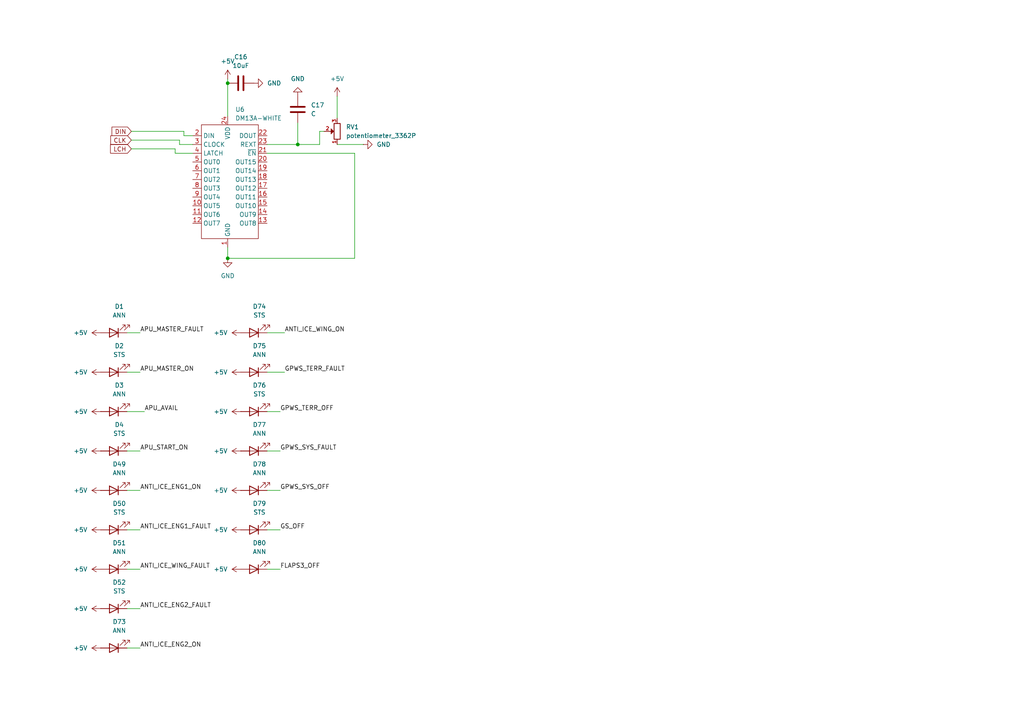
<source format=kicad_sch>
(kicad_sch (version 20231120) (generator "eeschema") (generator_version "8.0")
  (paper "A4")
  (lib_symbols
    (symbol "Custom_Symbols:DM13A"
      (property "Reference" "U" (at -7.62 15.875 0))
      (property "Value" "DM13A" (at 6.35 -19.685 0))
      (symbol "DM13A_0_0"
        (pin power_in line (at 0 -20.955 90) (length 2.54) (name "GND") (number "1"))
        (pin output line (at -10.16 -8.89 0) (length 2.54) (name "OUT5") (number "10"))
        (pin output line (at -10.16 -11.43 0) (length 2.54) (name "OUT6") (number "11"))
        (pin output line (at -10.16 -13.97 0) (length 2.54) (name "OUT7") (number "12"))
        (pin output line (at 11.43 -13.97 180) (length 2.54) (name "OUT8") (number "13"))
        (pin output line (at 11.43 -11.43 180) (length 2.54) (name "OUT9") (number "14"))
        (pin output line (at 11.43 -8.89 180) (length 2.54) (name "OUT10") (number "15"))
        (pin output line (at 11.43 -6.35 180) (length 2.54) (name "OUT11") (number "16"))
        (pin output line (at 11.43 -3.81 180) (length 2.54) (name "OUT12") (number "17"))
        (pin output line (at 11.43 -1.27 180) (length 2.54) (name "OUT13") (number "18"))
        (pin output line (at 11.43 1.27 180) (length 2.54) (name "OUT14") (number "19"))
        (pin input line (at -10.16 11.43 0) (length 2.54) (name "DIN") (number "2"))
        (pin output line (at 11.43 3.81 180) (length 2.54) (name "OUT15") (number "20"))
        (pin input line (at 11.43 6.35 180) (length 2.54) (name "~{EN}") (number "21"))
        (pin output line (at 11.43 11.43 180) (length 2.54) (name "DOUT") (number "22"))
        (pin input line (at 11.43 8.89 180) (length 2.54) (name "REXT") (number "23"))
        (pin power_in line (at 0 17.145 270) (length 2.54) (name "VDD") (number "24"))
        (pin input line (at -10.16 8.89 0) (length 2.54) (name "CLOCK") (number "3"))
        (pin input line (at -10.16 6.35 0) (length 2.54) (name "LATCH") (number "4"))
        (pin output line (at -10.16 3.81 0) (length 2.54) (name "OUT0") (number "5"))
        (pin output line (at -10.16 1.27 0) (length 2.54) (name "OUT1") (number "6"))
        (pin output line (at -10.16 -1.27 0) (length 2.54) (name "OUT2") (number "7"))
        (pin output line (at -10.16 -3.81 0) (length 2.54) (name "OUT3") (number "8"))
        (pin output line (at -10.16 -6.35 0) (length 2.54) (name "OUT4") (number "9"))
      )
      (symbol "DM13A_0_1"
        (rectangle (start -7.62 14.605) (end 8.89 -18.415))
      )
    )
    (symbol "Device:C" (pin_numbers hide) (pin_names (offset 0.254))
      (property "Reference" "C" (at 0.635 2.54 0))
      (property "Value" "C" (at 0.635 -2.54 0))
      (symbol "C_0_1"
        (polyline (pts (xy -2.032 -0.762) (xy 2.032 -0.762)) (stroke (width 0.508)))
        (polyline (pts (xy -2.032 0.762) (xy 2.032 0.762)) (stroke (width 0.508)))
      )
      (symbol "C_1_1"
        (pin passive line (at 0 3.81 270) (length 2.794) (name "~") (number "1"))
        (pin passive line (at 0 -3.81 90) (length 2.794) (name "~") (number "2"))
      )
    )
    (symbol "Device:LED" (pin_numbers hide) (pin_names (offset 1.016) hide)
      (property "Reference" "D" (at 0 2.54 0))
      (property "Value" "LED" (at 0 -2.54 0))
      (symbol "LED_0_1"
        (polyline (pts (xy -1.27 -1.27) (xy -1.27 1.27)) (stroke (width 0.254)))
        (polyline (pts (xy -1.27 0) (xy 1.27 0)))
        (polyline (pts (xy 1.27 -1.27) (xy 1.27 1.27) (xy -1.27 0) (xy 1.27 -1.27)) (stroke (width 0.254)))
        (polyline (pts (xy -3.048 -0.762) (xy -4.572 -2.286) (xy -3.81 -2.286) (xy -4.572 -2.286) (xy -4.572 -1.524)))
        (polyline (pts (xy -1.778 -0.762) (xy -3.302 -2.286) (xy -2.54 -2.286) (xy -3.302 -2.286) (xy -3.302 -1.524)))
      )
      (symbol "LED_1_1"
        (pin passive line (at -3.81 0 0) (length 2.54) (name "K") (number "1"))
        (pin passive line (at 3.81 0 180) (length 2.54) (name "A") (number "2"))
      )
    )
    (symbol "PCM_SL_Devices:potentiometer_3362P"
      (property "Reference" "RV" (at 0 -2.286 0))
      (property "Value" "potentiometer_3362P" (at 0 -3.81 0))
      (symbol "potentiometer_3362P_0_1"
        (rectangle (start -2.286 0.889) (end 2.286 -0.889) (stroke (width 0.24)))
        (polyline (pts (xy 0 1.016) (xy 0.762 1.778) (xy -0.762 1.778) (xy 0 1.016)) (fill (type outline)))
      )
      (symbol "potentiometer_3362P_1_1"
        (pin passive line (at -3.81 0 0) (length 1.5) (name "~") (number "1"))
        (pin passive line (at 0 3.81 270) (length 2) (name "~") (number "2"))
        (pin passive line (at 3.81 0 180) (length 1.5) (name "~") (number "3"))
      )
    )
    (symbol "power:+5V" (power) (pin_numbers hide) (pin_names (offset 0) hide)
      (property "Value" "+5V" (at 0 3.556 0))
      (symbol "+5V_0_1"
        (polyline (pts (xy -0.762 1.27) (xy 0 2.54)))
        (polyline (pts (xy 0 0) (xy 0 2.54)))
        (polyline (pts (xy 0 2.54) (xy 0.762 1.27)))
      )
      (symbol "+5V_1_1"
        (pin power_in line (at 0 0 90) (length 0) (name "~") (number "1"))
      )
    )
    (symbol "power:GND" (power) (pin_numbers hide) (pin_names (offset 0) hide)
      (property "Value" "GND" (at 0 -3.81 0))
      (symbol "GND_0_1"
        (polyline (pts (xy 0 0) (xy 0 -1.27) (xy 1.27 -1.27) (xy 0 -2.54) (xy -1.27 -1.27) (xy 0 -1.27)))
      )
      (symbol "GND_1_1"
        (pin power_in line (at 0 0 270) (length 0) (name "~") (number "1"))
      )
    )
  )
  (junction (at 86.36 41.91))
  (junction (at 66.04 74.93))
  (junction (at 66.04 24.13))
  (wire (pts (xy 92.71 41.91) (xy 92.71 38.1)))
  (wire (pts (xy 102.87 74.93) (xy 66.04 74.93)))
  (wire (pts (xy 52.07 41.91) (xy 55.88 41.91)))
  (wire (pts (xy 40.64 142.24) (xy 36.83 142.24)))
  (wire (pts (xy 66.04 71.755) (xy 66.04 74.93)))
  (wire (pts (xy 38.1 38.1) (xy 53.34 38.1)))
  (wire (pts (xy 102.87 44.45) (xy 102.87 74.93)))
  (wire (pts (xy 97.79 27.94) (xy 97.79 34.29)))
  (wire (pts (xy 81.28 142.24) (xy 77.47 142.24)))
  (wire (pts (xy 50.8 44.45) (xy 55.88 44.45)))
  (wire (pts (xy 41.91 119.38) (xy 36.83 119.38)))
  (wire (pts (xy 40.64 176.53) (xy 36.83 176.53)))
  (wire (pts (xy 66.04 24.13) (xy 66.04 33.655)))
  (wire (pts (xy 105.41 41.91) (xy 97.79 41.91)))
  (wire (pts (xy 50.8 43.18) (xy 50.8 44.45)))
  (wire (pts (xy 82.55 96.52) (xy 77.47 96.52)))
  (wire (pts (xy 40.64 130.81) (xy 36.83 130.81)))
  (wire (pts (xy 40.64 165.1) (xy 36.83 165.1)))
  (wire (pts (xy 38.1 40.64) (xy 52.07 40.64)))
  (wire (pts (xy 86.36 35.56) (xy 86.36 41.91)))
  (wire (pts (xy 102.87 44.45) (xy 77.47 44.45)))
  (wire (pts (xy 40.64 187.96) (xy 36.83 187.96)))
  (wire (pts (xy 66.04 22.86) (xy 66.04 24.13)))
  (wire (pts (xy 86.36 41.91) (xy 77.47 41.91)))
  (wire (pts (xy 40.64 107.95) (xy 36.83 107.95)))
  (wire (pts (xy 81.28 153.67) (xy 77.47 153.67)))
  (wire (pts (xy 52.07 40.64) (xy 52.07 41.91)))
  (wire (pts (xy 81.28 130.81) (xy 77.47 130.81)))
  (wire (pts (xy 77.47 119.38) (xy 81.28 119.38)))
  (wire (pts (xy 81.28 165.1) (xy 77.47 165.1)))
  (wire (pts (xy 38.1 43.18) (xy 50.8 43.18)))
  (wire (pts (xy 82.55 107.95) (xy 77.47 107.95)))
  (wire (pts (xy 53.34 38.1) (xy 53.34 39.37)))
  (wire (pts (xy 53.34 39.37) (xy 55.88 39.37)))
  (wire (pts (xy 92.71 38.1) (xy 93.98 38.1)))
  (wire (pts (xy 92.71 41.91) (xy 86.36 41.91)))
  (wire (pts (xy 40.64 96.52) (xy 36.83 96.52)))
  (wire (pts (xy 40.64 153.67) (xy 36.83 153.67)))
  (label "GPWS_TERR_OFF" (at 81.28 119.38 0))
  (label "APU_START_ON" (at 40.64 130.81 0))
  (label "ANTI_ICE_ENG2_FAULT" (at 40.64 176.53 0))
  (label "GPWS_SYS_FAULT" (at 81.28 130.81 0))
  (label "FLAPS3_OFF" (at 81.28 165.1 0))
  (label "ANTI_ICE_ENG1_ON" (at 40.64 142.24 0))
  (label "GPWS_TERR_FAULT" (at 82.55 107.95 0))
  (label "ANTI_ICE_ENG1_FAULT" (at 40.64 153.67 0))
  (label "GS_OFF" (at 81.28 153.67 0))
  (label "ANTI_ICE_WING_ON" (at 82.55 96.52 0))
  (label "APU_MASTER_ON" (at 40.64 107.95 0))
  (label "APU_AVAIL" (at 41.91 119.38 0))
  (label "APU_MASTER_FAULT" (at 40.64 96.52 0))
  (label "ANTI_ICE_ENG2_ON" (at 40.64 187.96 0))
  (label "GPWS_SYS_OFF" (at 81.28 142.24 0))
  (label "ANTI_ICE_WING_FAULT" (at 40.64 165.1 0))
  (global_label "LCH" (shape input) (at 38.1 43.18 180) (property "Intersheetrefs" "${INTERSHEET_REFS}" (effects (hide yes))))
  (global_label "CLK" (shape input) (at 38.1 40.64 180) (property "Intersheetrefs" "${INTERSHEET_REFS}" (effects (hide yes))))
  (global_label "DIN" (shape input) (at 38.1 38.1 180) (property "Intersheetrefs" "${INTERSHEET_REFS}" (effects (hide yes))))
  (symbol (lib_id "PCM_SL_Devices:potentiometer_3362P") (at 97.79 38.1 90) (unit 1)
    (property "Reference" "RV1" (at 100.33 36.8299 90) (effects (justify right)))
    (property "Value" "potentiometer_3362P" (at 100.33 39.3699 90) (effects (justify right)))
    (property "Footprint" "PCM_SL_Footprints:potentiometer_3362P" (effects (hide yes)))
    (property "Datasheet" "https://www.bourns.com/data/global/pdfs/3362.pdf" (effects (hide yes)))
    (property "Description" "potentiometer_3362P" (effects (hide yes)))
  )
  (symbol (lib_id "Device:LED") (at 33.02 153.67 180) (unit 1)
    (property "Reference" "D50" (at 34.6075 146.05 0))
    (property "Value" "STS" (at 34.6075 148.59 0))
    (property "Footprint" "LED_THT:LED_Rectangular_W3.9mm_H1.8mm_FlatTop" (effects (hide yes)))
    (property "Description" "Light emitting diode" (effects (hide yes)))
  )
  (symbol (lib_id "power:+5V") (at 29.21 165.1 90) (unit 1)
    (property "Reference" "#PWR068" (effects (hide yes)))
    (property "Value" "+5V" (at 25.4 165.0999 90) (effects (justify left)))
    (property "Description" "Power symbol creates a global label with name \"+5V\"" (effects (hide yes)))
  )
  (symbol (lib_id "Device:LED") (at 33.02 107.95 180) (unit 1)
    (property "Reference" "D2" (at 34.6075 100.33 0))
    (property "Value" "STS" (at 34.6075 102.87 0))
    (property "Footprint" "LED_THT:LED_Rectangular_W3.9mm_H1.8mm_FlatTop" (effects (hide yes)))
    (property "Description" "Light emitting diode" (effects (hide yes)))
  )
  (symbol (lib_id "Device:LED") (at 33.02 96.52 180) (unit 1)
    (property "Reference" "D1" (at 34.6075 88.9 0))
    (property "Value" "ANN" (at 34.6075 91.44 0))
    (property "Footprint" "LED_THT:LED_Rectangular_W3.9mm_H1.8mm_FlatTop" (effects (hide yes)))
    (property "Description" "Light emitting diode" (effects (hide yes)))
  )
  (symbol (lib_id "Device:LED") (at 73.66 142.24 180) (unit 1)
    (property "Reference" "D78" (at 75.2475 134.62 0))
    (property "Value" "ANN" (at 75.2475 137.16 0))
    (property "Footprint" "LED_THT:LED_Rectangular_W3.9mm_H1.8mm_FlatTop" (effects (hide yes)))
    (property "Description" "Light emitting diode" (effects (hide yes)))
  )
  (symbol (lib_id "power:+5V") (at 29.21 153.67 90) (unit 1)
    (property "Reference" "#PWR066" (effects (hide yes)))
    (property "Value" "+5V" (at 25.4 153.6699 90) (effects (justify left)))
    (property "Description" "Power symbol creates a global label with name \"+5V\"" (effects (hide yes)))
  )
  (symbol (lib_id "power:GND") (at 73.66 24.13 90) (unit 1)
    (property "Reference" "#PWR0210" (effects (hide yes)))
    (property "Value" "GND" (at 77.47 24.1299 90) (effects (justify right)))
    (property "Description" "Power symbol creates a global label with name \"GND\" , ground" (effects (hide yes)))
  )
  (symbol (lib_id "Device:LED") (at 33.02 130.81 180) (unit 1)
    (property "Reference" "D4" (at 34.6075 123.19 0))
    (property "Value" "STS" (at 34.6075 125.73 0))
    (property "Footprint" "LED_THT:LED_Rectangular_W3.9mm_H1.8mm_FlatTop" (effects (hide yes)))
    (property "Description" "Light emitting diode" (effects (hide yes)))
  )
  (symbol (lib_id "power:+5V") (at 69.85 165.1 90) (unit 1)
    (property "Reference" "#PWR0103" (effects (hide yes)))
    (property "Value" "+5V" (at 66.04 165.0999 90) (effects (justify left)))
    (property "Description" "Power symbol creates a global label with name \"+5V\"" (effects (hide yes)))
  )
  (symbol (lib_id "power:+5V") (at 29.21 176.53 90) (unit 1)
    (property "Reference" "#PWR069" (effects (hide yes)))
    (property "Value" "+5V" (at 25.4 176.5299 90) (effects (justify left)))
    (property "Description" "Power symbol creates a global label with name \"+5V\"" (effects (hide yes)))
  )
  (symbol (lib_id "power:+5V") (at 66.04 22.86 0) (unit 1)
    (property "Reference" "#PWR0208" (effects (hide yes)))
    (property "Value" "+5V" (at 66.04 17.78 0))
    (property "Description" "Power symbol creates a global label with name \"+5V\"" (effects (hide yes)))
  )
  (symbol (lib_id "power:+5V") (at 69.85 119.38 90) (unit 1)
    (property "Reference" "#PWR099" (effects (hide yes)))
    (property "Value" "+5V" (at 66.04 119.3799 90) (effects (justify left)))
    (property "Description" "Power symbol creates a global label with name \"+5V\"" (effects (hide yes)))
  )
  (symbol (lib_id "power:+5V") (at 69.85 142.24 90) (unit 1)
    (property "Reference" "#PWR0101" (effects (hide yes)))
    (property "Value" "+5V" (at 66.04 142.2399 90) (effects (justify left)))
    (property "Description" "Power symbol creates a global label with name \"+5V\"" (effects (hide yes)))
  )
  (symbol (lib_id "Device:LED") (at 33.02 119.38 180) (unit 1)
    (property "Reference" "D3" (at 34.6075 111.76 0))
    (property "Value" "ANN" (at 34.6075 114.3 0))
    (property "Footprint" "LED_THT:LED_Rectangular_W3.9mm_H1.8mm_FlatTop" (effects (hide yes)))
    (property "Description" "Light emitting diode" (effects (hide yes)))
  )
  (symbol (lib_id "Device:LED") (at 73.66 165.1 180) (unit 1)
    (property "Reference" "D80" (at 75.2475 157.48 0))
    (property "Value" "ANN" (at 75.2475 160.02 0))
    (property "Footprint" "LED_THT:LED_Rectangular_W3.9mm_H1.8mm_FlatTop" (effects (hide yes)))
    (property "Description" "Light emitting diode" (effects (hide yes)))
  )
  (symbol (lib_id "power:+5V") (at 69.85 130.81 90) (unit 1)
    (property "Reference" "#PWR0100" (effects (hide yes)))
    (property "Value" "+5V" (at 66.04 130.8099 90) (effects (justify left)))
    (property "Description" "Power symbol creates a global label with name \"+5V\"" (effects (hide yes)))
  )
  (symbol (lib_id "power:+5V") (at 69.85 107.95 90) (unit 1)
    (property "Reference" "#PWR098" (effects (hide yes)))
    (property "Value" "+5V" (at 66.04 107.9499 90) (effects (justify left)))
    (property "Description" "Power symbol creates a global label with name \"+5V\"" (effects (hide yes)))
  )
  (symbol (lib_id "Device:LED") (at 73.66 153.67 180) (unit 1)
    (property "Reference" "D79" (at 75.2475 146.05 0))
    (property "Value" "STS" (at 75.2475 148.59 0))
    (property "Footprint" "LED_THT:LED_Rectangular_W3.9mm_H1.8mm_FlatTop" (effects (hide yes)))
    (property "Description" "Light emitting diode" (effects (hide yes)))
  )
  (symbol (lib_id "power:+5V") (at 29.21 142.24 90) (unit 1)
    (property "Reference" "#PWR065" (effects (hide yes)))
    (property "Value" "+5V" (at 25.4 142.2399 90) (effects (justify left)))
    (property "Description" "Power symbol creates a global label with name \"+5V\"" (effects (hide yes)))
  )
  (symbol (lib_id "Device:LED") (at 33.02 187.96 180) (unit 1)
    (property "Reference" "D73" (at 34.6075 180.34 0))
    (property "Value" "ANN" (at 34.6075 182.88 0))
    (property "Footprint" "LED_THT:LED_Rectangular_W3.9mm_H1.8mm_FlatTop" (effects (hide yes)))
    (property "Description" "Light emitting diode" (effects (hide yes)))
  )
  (symbol (lib_id "Device:LED") (at 73.66 96.52 180) (unit 1)
    (property "Reference" "D74" (at 75.2475 88.9 0))
    (property "Value" "STS" (at 75.2475 91.44 0))
    (property "Footprint" "LED_THT:LED_Rectangular_W3.9mm_H1.8mm_FlatTop" (effects (hide yes)))
    (property "Description" "Light emitting diode" (effects (hide yes)))
  )
  (symbol (lib_id "Device:LED") (at 73.66 119.38 180) (unit 1)
    (property "Reference" "D76" (at 75.2475 111.76 0))
    (property "Value" "STS" (at 75.2475 114.3 0))
    (property "Footprint" "LED_THT:LED_Rectangular_W3.9mm_H1.8mm_FlatTop" (effects (hide yes)))
    (property "Description" "Light emitting diode" (effects (hide yes)))
  )
  (symbol (lib_id "Device:LED") (at 73.66 130.81 180) (unit 1)
    (property "Reference" "D77" (at 75.2475 123.19 0))
    (property "Value" "ANN" (at 75.2475 125.73 0))
    (property "Footprint" "LED_THT:LED_Rectangular_W3.9mm_H1.8mm_FlatTop" (effects (hide yes)))
    (property "Description" "Light emitting diode" (effects (hide yes)))
  )
  (symbol (lib_id "Device:C") (at 69.85 24.13 90) (unit 1)
    (property "Reference" "C16" (at 69.85 16.51 90))
    (property "Value" "10uF" (at 69.85 19.05 90))
    (property "Footprint" "Capacitor_SMD:C_1206_3216Metric_Pad1.33x1.80mm_HandSolder" (effects (hide yes)))
    (property "Description" "Unpolarized capacitor" (effects (hide yes)))
  )
  (symbol (lib_id "power:+5V") (at 29.21 107.95 90) (unit 1)
    (property "Reference" "#PWR03" (effects (hide yes)))
    (property "Value" "+5V" (at 25.4 107.9499 90) (effects (justify left)))
    (property "Description" "Power symbol creates a global label with name \"+5V\"" (effects (hide yes)))
  )
  (symbol (lib_id "power:+5V") (at 29.21 96.52 90) (unit 1)
    (property "Reference" "#PWR02" (effects (hide yes)))
    (property "Value" "+5V" (at 25.4 96.5199 90) (effects (justify left)))
    (property "Description" "Power symbol creates a global label with name \"+5V\"" (effects (hide yes)))
  )
  (symbol (lib_id "Device:LED") (at 33.02 142.24 180) (unit 1)
    (property "Reference" "D49" (at 34.6075 134.62 0))
    (property "Value" "ANN" (at 34.6075 137.16 0))
    (property "Footprint" "LED_THT:LED_Rectangular_W3.9mm_H1.8mm_FlatTop" (effects (hide yes)))
    (property "Description" "Light emitting diode" (effects (hide yes)))
  )
  (symbol (lib_id "Device:LED") (at 33.02 176.53 180) (unit 1)
    (property "Reference" "D52" (at 34.6075 168.91 0))
    (property "Value" "STS" (at 34.6075 171.45 0))
    (property "Footprint" "LED_THT:LED_Rectangular_W3.9mm_H1.8mm_FlatTop" (effects (hide yes)))
    (property "Description" "Light emitting diode" (effects (hide yes)))
  )
  (symbol (lib_id "Custom_Symbols:DM13A") (at 66.04 50.8 0) (unit 1)
    (property "Reference" "U6" (at 68.2341 31.75 0) (effects (justify left)))
    (property "Value" "DM13A-WHITE" (at 68.2341 34.29 0) (effects (justify left)))
    (property "Footprint" "Package_SO:SSOP-24_3.9x8.7mm_P0.635mm" (effects (hide yes)))
    (property "Description" "15-bit constant current LED driver" (effects (hide yes)))
  )
  (symbol (lib_id "Device:LED") (at 33.02 165.1 180) (unit 1)
    (property "Reference" "D51" (at 34.6075 157.48 0))
    (property "Value" "ANN" (at 34.6075 160.02 0))
    (property "Footprint" "LED_THT:LED_Rectangular_W3.9mm_H1.8mm_FlatTop" (effects (hide yes)))
    (property "Description" "Light emitting diode" (effects (hide yes)))
  )
  (symbol (lib_id "Device:LED") (at 73.66 107.95 180) (unit 1)
    (property "Reference" "D75" (at 75.2475 100.33 0))
    (property "Value" "ANN" (at 75.2475 102.87 0))
    (property "Footprint" "LED_THT:LED_Rectangular_W3.9mm_H1.8mm_FlatTop" (effects (hide yes)))
    (property "Description" "Light emitting diode" (effects (hide yes)))
  )
  (symbol (lib_id "power:+5V") (at 69.85 96.52 90) (unit 1)
    (property "Reference" "#PWR096" (effects (hide yes)))
    (property "Value" "+5V" (at 66.04 96.5199 90) (effects (justify left)))
    (property "Description" "Power symbol creates a global label with name \"+5V\"" (effects (hide yes)))
  )
  (symbol (lib_id "power:+5V") (at 29.21 187.96 90) (unit 1)
    (property "Reference" "#PWR095" (effects (hide yes)))
    (property "Value" "+5V" (at 25.4 187.9599 90) (effects (justify left)))
    (property "Description" "Power symbol creates a global label with name \"+5V\"" (effects (hide yes)))
  )
  (symbol (lib_id "power:GND") (at 66.04 74.93 0) (unit 1)
    (property "Reference" "#PWR0209" (effects (hide yes)))
    (property "Value" "GND" (at 66.04 80.01 0))
    (property "Description" "Power symbol creates a global label with name \"GND\" , ground" (effects (hide yes)))
  )
  (symbol (lib_id "power:+5V") (at 97.79 27.94 0) (unit 1)
    (property "Reference" "#PWR0212" (effects (hide yes)))
    (property "Value" "+5V" (at 97.79 22.86 0))
    (property "Description" "Power symbol creates a global label with name \"+5V\"" (effects (hide yes)))
  )
  (symbol (lib_id "power:GND") (at 86.36 27.94 180) (unit 1)
    (property "Reference" "#PWR0213" (effects (hide yes)))
    (property "Value" "GND" (at 86.36 22.86 0))
    (property "Description" "Power symbol creates a global label with name \"GND\" , ground" (effects (hide yes)))
  )
  (symbol (lib_id "power:+5V") (at 29.21 130.81 90) (unit 1)
    (property "Reference" "#PWR06" (effects (hide yes)))
    (property "Value" "+5V" (at 25.4 130.8099 90) (effects (justify left)))
    (property "Description" "Power symbol creates a global label with name \"+5V\"" (effects (hide yes)))
  )
  (symbol (lib_id "power:+5V") (at 29.21 119.38 90) (unit 1)
    (property "Reference" "#PWR05" (effects (hide yes)))
    (property "Value" "+5V" (at 25.4 119.3799 90) (effects (justify left)))
    (property "Description" "Power symbol creates a global label with name \"+5V\"" (effects (hide yes)))
  )
  (symbol (lib_id "power:+5V") (at 69.85 153.67 90) (unit 1)
    (property "Reference" "#PWR0102" (effects (hide yes)))
    (property "Value" "+5V" (at 66.04 153.6699 90) (effects (justify left)))
    (property "Description" "Power symbol creates a global label with name \"+5V\"" (effects (hide yes)))
  )
  (symbol (lib_id "power:GND") (at 105.41 41.91 90) (unit 1)
    (property "Reference" "#PWR0211" (effects (hide yes)))
    (property "Value" "GND" (at 109.22 41.9099 90) (effects (justify right)))
    (property "Description" "Power symbol creates a global label with name \"GND\" , ground" (effects (hide yes)))
  )
  (symbol (lib_id "Device:C") (at 86.36 31.75 0) (unit 1)
    (property "Reference" "C17" (at 90.17 30.4799 0) (effects (justify left)))
    (property "Value" "C" (at 90.17 33.0199 0) (effects (justify left)))
    (property "Description" "Unpolarized capacitor" (effects (hide yes)))
  )
)
</source>
